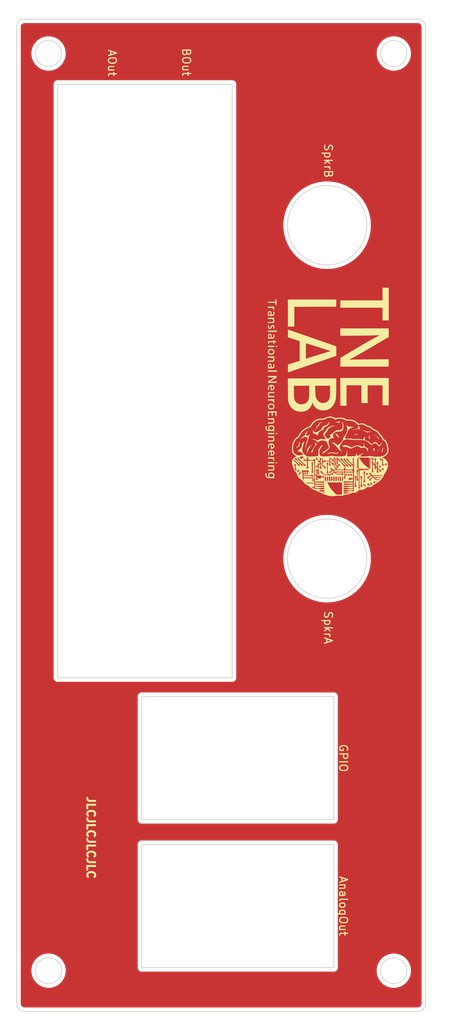
<source format=kicad_pcb>
(kicad_pcb (version 20211014) (generator pcbnew)
  (layers (0 "F.Cu" signal) (31 "B.Cu" signal) (34 "B.Paste" user) (35 "F.Paste" user) (36 "B.SilkS" user "B.Silkscreen") (37 "F.SilkS" user "F.Silkscreen") (38 "B.Mask" user) (39 "F.Mask" user) (44 "Edge.Cuts" user))
  (net 0 "")
  (footprint "LOGO" (layer "F.Cu") (at 57.594506 68.790226 -90)
    (fp_text reference "G***" hide)
    (fp_text value "LOGO" hide)
  )
  (gr_circle (center 22.918554 26.44) (end 21.268554 26.44) (layer "Edge.Cuts") (width 0.1) (fill none))
  (gr_arc (start 18.907107 23.1) (mid 19.199998 22.392891) (end 19.907107 22.1) (layer "Edge.Cuts") (width 0.1))
  (gr_line (start 19.907107 147.1) (end 69.45 147.1) (layer "Edge.Cuts") (width 0.1))
  (gr_circle (center 66.438554 26.44) (end 64.788554 26.44) (layer "Edge.Cuts") (width 0.1) (fill none))
  (gr_arc (start 69.45 22.1) (mid 70.157087 22.392913) (end 70.45 23.1) (layer "Edge.Cuts") (width 0.1))
  (gr_rect (start 24.067107 105.065) (end 46.067107 30.315) (layer "Edge.Cuts") (width 0.1) (fill none))
  (gr_circle (center 22.918554 141.96) (end 21.268554 141.96) (layer "Edge.Cuts") (width 0.1) (fill none))
  (gr_arc (start 19.907107 147.1) (mid 19.200001 146.807106) (end 18.907107 146.1) (layer "Edge.Cuts") (width 0.1))
  (gr_line (start 18.907107 23.1) (end 18.907107 146.1) (layer "Edge.Cuts") (width 0.1))
  (gr_circle (center 66.438554 141.96) (end 64.788554 141.96) (layer "Edge.Cuts") (width 0.1) (fill none))
  (gr_rect (start 34.667107 141.57) (end 58.867107 126.07) (layer "Edge.Cuts") (width 0.1) (fill none))
  (gr_circle (center 58.032107 90.065) (end 63.032107 90.065) (layer "Edge.Cuts") (width 0.1) (fill none))
  (gr_line (start 19.907107 22.1) (end 69.45 22.1) (layer "Edge.Cuts") (width 0.1))
  (gr_circle (center 58.032107 48.065) (end 63.032107 48.065) (layer "Edge.Cuts") (width 0.1) (fill none))
  (gr_rect (start 34.667107 122.924) (end 58.867107 107.424) (layer "Edge.Cuts") (width 0.1) (fill none))
  (gr_arc (start 70.45 146.1) (mid 70.157115 146.807115) (end 69.45 147.1) (layer "Edge.Cuts") (width 0.1))
  (gr_line (start 70.45 23.1) (end 70.45 146.1) (layer "Edge.Cuts") (width 0.1))
  (gr_text "AOut" (at 30.932107 27.63 -90) (layer "F.SilkS") (effects (font (size 1 1))))
  (gr_text "GPIO" (at 60.074999 115.174 -90) (layer "F.SilkS") (effects (font (size 1 1))))
  (gr_text "JLCJLCJLCJLC" (at 28.25 125.2 -90) (layer "F.SilkS") (effects (font (size 1 1) (thickness 0.25))))
  (gr_text "AnalogOut" (at 60.074999 133.82 -90) (layer "F.SilkS") (effects (font (size 1 1))))
  (gr_text "SpkrA" (at 58.16566 98.745 -90) (layer "F.SilkS") (effects (font (size 1 1))))
  (gr_text "BOut" (at 40.282107 27.53 -90) (layer "F.SilkS") (effects (font (size 1 1))))
  (gr_text "SpkrB" (at 58.16566 39.945 -90) (layer "F.SilkS") (effects (font (size 1 1))))
  (zone (net 0) (net_name "") (layer "F.Cu") (connect_pads (clearance 0.508)) (min_thickness 0.254) (fill yes (thermal_gap 0.508) (thermal_bridge_width 0.508))
    (polygon (pts (xy 73.9 148.7) (xy 16.8 148.7) (xy 16.8 19.7) (xy 73.9 19.7)))
  )
)
</source>
